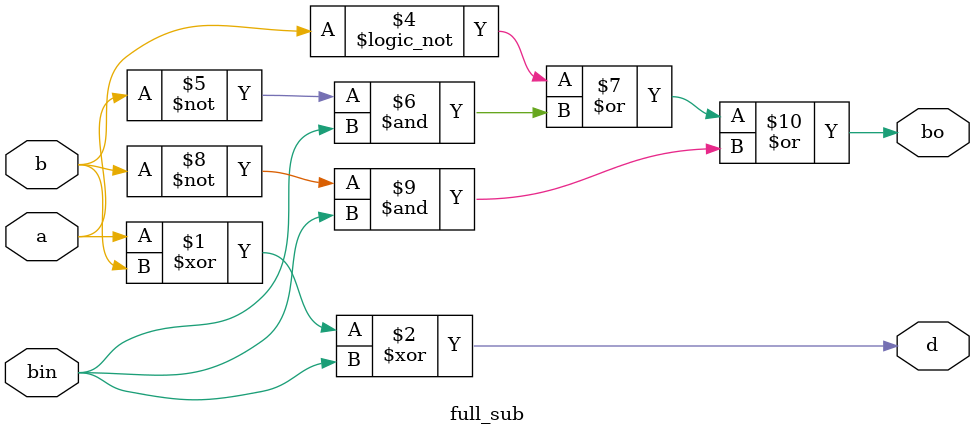
<source format=v>
`timescale 1ns / 1ps
module full_sub(a,b,bin,d,bo);
input a,b,bin;
output wire d,bo;
assign d=a^b^bin;
assign bo=(~&b)|(~a&bin)|(~b&bin);
endmodule
</source>
